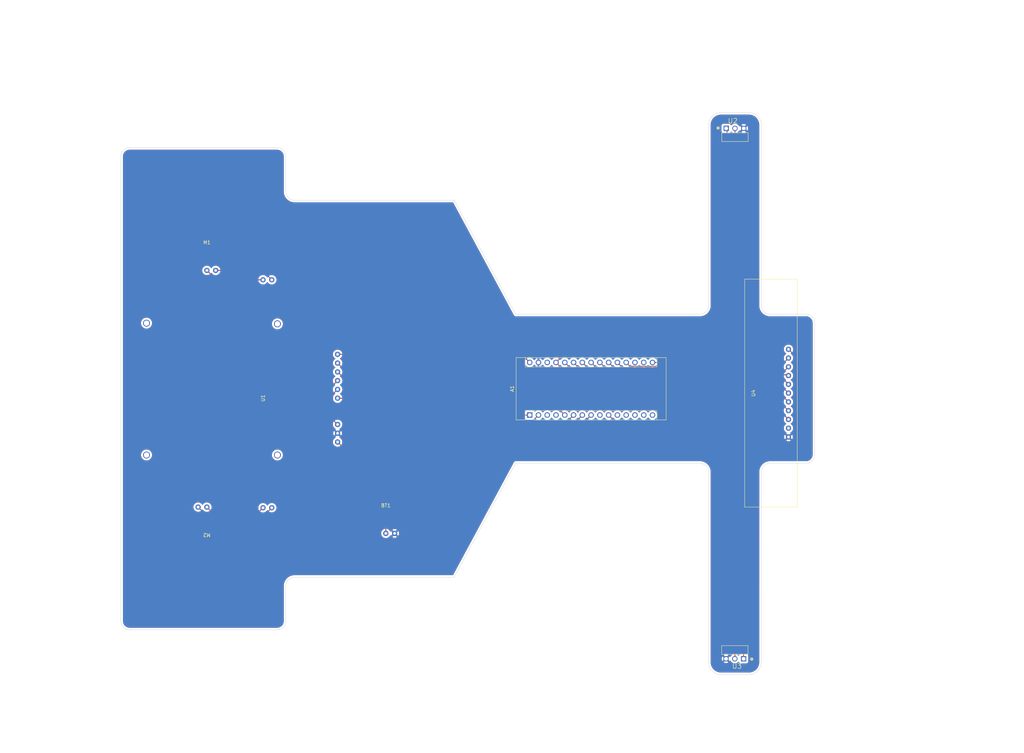
<source format=kicad_pcb>
(kicad_pcb (version 20211014) (generator pcbnew)
  (layers (0 "F.Cu" signal) (31 "B.Cu" signal) (34 "B.Paste" user) (35 "F.Paste" user) (36 "B.SilkS" user "B.Silkscreen") (37 "F.SilkS" user "F.Silkscreen") (38 "B.Mask" user) (39 "F.Mask" user) (44 "Edge.Cuts" user))
  (net 0 "")
  (net 3 "Net-(A1-Pad5)")
  (net 4 "Net-(A1-Pad6)")
  (net 12 "Net-(A1-Pad19)")
  (net 13 "Net-(A1-Pad20)")
  (net 14 "Net-(A1-Pad21)")
  (net 15 "Net-(A1-Pad22)")
  (net 16 "Net-(A1-Pad23)")
  (net 17 "Net-(A1-Pad24)")
  (net 18 "Net-(A1-Pad25)")
  (net 19 "Net-(A1-Pad26)")
  (net 21 "Net-(A1-Pad30)")
  (net 22 "Net-(BT1-Pad1)")
  (net 23 "GND")
  (net 24 "Net-(M1-Pad1)")
  (net 25 "Net-(M1-Pad2)")
  (net 26 "Net-(M2-Pad1)")
  (net 27 "Net-(M2-Pad2)")
  (net 28 "Net-(A1-Pad1)")
  (net 29 "Net-(A1-Pad2)")
  (net 30 "Net-(A1-Pad8)")
  (net 32 "Net-(A1-Pad10)")
  (net 33 "Net-(A1-Pad7)")
  (net 34 "/vcc")
  (net 35 "Net-(A1-Pad16)")
  (footprint "gerarduino:SENSOR_QTR-1A_REFLECTANCE_SENSOR" (layer "F.Cu") (at 263.906 72.135)
    (fp_text reference "U2" (at -0.635345 -4.701515) (layer "F.SilkS") (effects (font (size 1.400748 1.400748))))
    (fp_text value "QRE1113")
    (fp_line (start -3.81 -1.27) (end 3.81 -1.27) (layer "F.SilkS") (width 0.127))
    (fp_line (start -3.81 1.27) (end -3.81 -1.27) (layer "F.SilkS") (width 0.127))
    (fp_line (start 3.81 1.27) (end -3.81 1.27) (layer "F.SilkS") (width 0.127))
    (fp_line (start 3.81 -1.27) (end 3.81 1.27) (layer "F.SilkS") (width 0.127))
    (fp_circle (center -4.9 -2.64) (end -4.758581 -2.64) (layer "F.SilkS") (width 0.3) (fill none))
    (pad "1" thru_hole rect locked (at -2.54 -2.54) (size 1.53 1.53) (drill 1.02) (layers *.Cu *.Mask) (net 34 "/vcc"))
    (pad "2" thru_hole circle locked (at 0 -2.54) (size 1.53 1.53) (drill 1.02) (layers *.Cu *.Mask) (net 35 "Net-(A1-Pad16)"))
    (pad "3" thru_hole circle locked (at 2.54 -2.54) (size 1.53 1.53) (drill 1.02) (layers *.Cu *.Mask) (net 23 "GND"))
  )
  (footprint "gerarduino:L298N_driver" (layer "F.Cu") (at 90.424 167.132 90)
    (fp_text reference "U1" (at 19.3675 36.83 90 unlocked) (layer "F.SilkS"))
    (fp_text value "L298N_driver")
    (pad "1" thru_hole circle (at 6.6675 58.42 90) (size 1.524 1.524) (drill 0.762) (layers *.Cu *.Mask) (net 22 "Net-(BT1-Pad1)"))
    (pad "2" thru_hole circle (at 9.2075 58.42 90) (size 1.524 1.524) (drill 0.762) (layers *.Cu *.Mask) (net 23 "GND"))
    (pad "3" thru_hole circle (at 11.7475 58.42 90) (size 1.524 1.524) (drill 0.762) (layers *.Cu *.Mask) (net 21 "Net-(A1-Pad30)"))
    (pad "4" thru_hole circle (at 19.3675 58.42 90) (size 1.524 1.524) (drill 0.762) (layers *.Cu *.Mask) (net 4 "Net-(A1-Pad6)"))
    (pad "5" thru_hole circle (at 21.9075 58.42 90) (size 1.524 1.524) (drill 0.762) (layers *.Cu *.Mask) (net 33 "Net-(A1-Pad7)"))
    (pad "6" thru_hole circle (at 24.4475 58.42 90) (size 1.524 1.524) (drill 0.762) (layers *.Cu *.Mask) (net 30 "Net-(A1-Pad8)"))
    (pad "7" thru_hole circle (at 26.9875 58.42 90) (size 1.524 1.524) (drill 0.762) (layers *.Cu *.Mask) (net 29 "Net-(A1-Pad2)"))
    (pad "8" thru_hole circle (at 29.5275 58.42 90) (size 1.524 1.524) (drill 0.762) (layers *.Cu *.Mask) (net 28 "Net-(A1-Pad1)"))
    (pad "9" thru_hole circle (at 32.0675 58.42 90) (size 1.524 1.524) (drill 0.762) (layers *.Cu *.Mask) (net 3 "Net-(A1-Pad5)"))
    (pad "10" thru_hole circle (at 53.6575 36.83 90) (size 1.524 1.524) (drill 0.762) (layers *.Cu *.Mask) (net 24 "Net-(M1-Pad1)"))
    (pad "11" thru_hole circle (at 53.6575 39.37 90) (size 1.524 1.524) (drill 0.762) (layers *.Cu *.Mask) (net 25 "Net-(M1-Pad2)"))
    (pad "12" thru_hole circle (at -12.3825 36.83 90) (size 1.524 1.524) (drill 0.762) (layers *.Cu *.Mask) (net 26 "Net-(M2-Pad1)"))
    (pad "13" thru_hole circle (at -12.3825 39.37 90) (size 1.524 1.524) (drill 0.762) (layers *.Cu *.Mask) (net 27 "Net-(M2-Pad2)"))
    (pad "14" thru_hole circle (at 40.9 41 90) (size 2 2) (drill 1.5) (layers *.Cu *.Mask))
    (pad "15" thru_hole circle (at 2.9 41 90) (size 2 2) (drill 1.5) (layers *.Cu *.Mask))
    (pad "16" thru_hole circle (at 41.1 3.1 90) (size 2 2) (drill 1.5) (layers *.Cu *.Mask))
    (pad "17" thru_hole circle (at 2.9 3.1 90) (size 2 2) (drill 1.5) (layers *.Cu *.Mask))
  )
  (footprint "gerarduino:dc_motor_th" (layer "F.Cu") (at 110.998 110.744)
    (fp_text reference "M1" (at 0 -8.08 unlocked) (layer "F.SilkS"))
    (fp_text value "Motor_DC")
    (pad "1" thru_hole circle (at 0 0) (size 1.524 1.524) (drill 0.762) (layers *.Cu *.Mask) (net 24 "Net-(M1-Pad1)"))
    (pad "2" thru_hole circle (at 2.54 0) (size 1.524 1.524) (drill 0.762) (layers *.Cu *.Mask) (net 25 "Net-(M1-Pad2)"))
  )
  (footprint "gerarduino:dc_motor_th" (layer "F.Cu") (at 162.814 186.944)
    (fp_text reference "BT1" (at 0 -8.08 unlocked) (layer "F.SilkS"))
    (fp_text value "7.4V 1200mah")
    (pad "1" thru_hole circle (at 0 0) (size 1.524 1.524) (drill 0.762) (layers *.Cu *.Mask) (net 22 "Net-(BT1-Pad1)"))
    (pad "2" thru_hole circle (at 2.54 0) (size 1.524 1.524) (drill 0.762) (layers *.Cu *.Mask) (net 23 "GND"))
  )
  (footprint "Module:Arduino_Nano" (layer "F.Cu") (at 204.47 152.654 90)
    (fp_text reference "A1" (at 7.62 -5.08 90) (layer "F.SilkS"))
    (fp_text value "Arduino_Nano_v3.x")
    (fp_line (start -1.4 1.27) (end -1.4 39.5) (layer "F.SilkS") (width 0.12))
    (fp_line (start 13.97 -1.27) (end 13.97 36.83) (layer "F.SilkS") (width 0.12))
    (fp_line (start 1.27 1.27) (end 1.27 -1.27) (layer "F.SilkS") (width 0.12))
    (fp_line (start 13.97 -1.27) (end 16.64 -1.27) (layer "F.SilkS") (width 0.12))
    (fp_line (start 16.64 39.5) (end 16.64 -3.94) (layer "F.SilkS") (width 0.12))
    (fp_line (start 1.27 -1.27) (end -1.4 -1.27) (layer "F.SilkS") (width 0.12))
    (fp_line (start -1.4 39.5) (end 16.64 39.5) (layer "F.SilkS") (width 0.12))
    (fp_line (start 1.27 36.83) (end -1.4 36.83) (layer "F.SilkS") (width 0.12))
    (fp_line (start 16.64 -3.94) (end -1.4 -3.94) (layer "F.SilkS") (width 0.12))
    (fp_line (start -1.4 -3.94) (end -1.4 -1.27) (layer "F.SilkS") (width 0.12))
    (fp_line (start 1.27 1.27) (end 1.27 36.83) (layer "F.SilkS") (width 0.12))
    (fp_line (start 1.27 1.27) (end -1.4 1.27) (layer "F.SilkS") (width 0.12))
    (fp_line (start 13.97 36.83) (end 16.64 36.83) (layer "F.SilkS") (width 0.12))
    (pad "1" thru_hole rect (at 0 0 90) (size 1.6 1.6) (drill 1) (layers *.Cu *.Mask) (net 28 "Net-(A1-Pad1)"))
    (pad "2" thru_hole oval (at 0 2.54 90) (size 1.6 1.6) (drill 1) (layers *.Cu *.Mask) (net 29 "Net-(A1-Pad2)"))
    (pad "3" thru_hole oval (at 0 5.08 90) (size 1.6 1.6) (drill 1) (layers *.Cu *.Mask))
    (pad "4" thru_hole oval (at 0 7.62 90) (size 1.6 1.6) (drill 1) (layers *.Cu *.Mask))
    (pad "5" thru_hole oval (at 0 10.16 90) (size 1.6 1.6) (drill 1) (layers *.Cu *.Mask) (net 3 "Net-(A1-Pad5)"))
    (pad "6" thru_hole oval (at 0 12.7 90) (size 1.6 1.6) (drill 1) (layers *.Cu *.Mask) (net 4 "Net-(A1-Pad6)"))
    (pad "7" thru_hole oval (at 0 15.24 90) (size 1.6 1.6) (drill 1) (layers *.Cu *.Mask) (net 33 "Net-(A1-Pad7)"))
    (pad "8" thru_hole oval (at 0 17.78 90) (size 1.6 1.6) (drill 1) (layers *.Cu *.Mask) (net 30 "Net-(A1-Pad8)"))
    (pad "9" thru_hole oval (at 0 20.32 90) (size 1.6 1.6) (drill 1) (layers *.Cu *.Mask))
    (pad "10" thru_hole oval (at 0 22.86 90) (size 1.6 1.6) (drill 1) (layers *.Cu *.Mask) (net 32 "Net-(A1-Pad10)"))
    (pad "11" thru_hole oval (at 0 25.4 90) (size 1.6 1.6) (drill 1) (layers *.Cu *.Mask))
    (pad "12" thru_hole oval (at 0 27.94 90) (size 1.6 1.6) (drill 1) (layers *.Cu *.Mask))
    (pad "13" thru_hole oval (at 0 30.48 90) (size 1.6 1.6) (drill 1) (layers *.Cu *.Mask))
    (pad "14" thru_hole oval (at 0 33.02 90) (size 1.6 1.6) (drill 1) (layers *.Cu *.Mask))
    (pad "15" thru_hole oval (at 0 35.56 90) (size 1.6 1.6) (drill 1) (layers *.Cu *.Mask))
    (pad "16" thru_hole oval (at 15.24 35.56 90) (size 1.6 1.6) (drill 1) (layers *.Cu *.Mask) (net 35 "Net-(A1-Pad16)"))
    (pad "17" thru_hole oval (at 15.24 33.02 90) (size 1.6 1.6) (drill 1) (layers *.Cu *.Mask))
    (pad "18" thru_hole oval (at 15.24 30.48 90) (size 1.6 1.6) (drill 1) (layers *.Cu *.Mask))
    (pad "19" thru_hole oval (at 15.24 27.94 90) (size 1.6 1.6) (drill 1) (layers *.Cu *.Mask) (net 12 "Net-(A1-Pad19)"))
    (pad "20" thru_hole oval (at 15.24 25.4 90) (size 1.6 1.6) (drill 1) (layers *.Cu *.Mask) (net 13 "Net-(A1-Pad20)"))
    (pad "21" thru_hole oval (at 15.24 22.86 90) (size 1.6 1.6) (drill 1) (layers *.Cu *.Mask) (net 14 "Net-(A1-Pad21)"))
    (pad "22" thru_hole oval (at 15.24 20.32 90) (size 1.6 1.6) (drill 1) (layers *.Cu *.Mask) (net 15 "Net-(A1-Pad22)"))
    (pad "23" thru_hole oval (at 15.24 17.78 90) (size 1.6 1.6) (drill 1) (layers *.Cu *.Mask) (net 16 "Net-(A1-Pad23)"))
    (pad "24" thru_hole oval (at 15.24 15.24 90) (size 1.6 1.6) (drill 1) (layers *.Cu *.Mask) (net 17 "Net-(A1-Pad24)"))
    (pad "25" thru_hole oval (at 15.24 12.7 90) (size 1.6 1.6) (drill 1) (layers *.Cu *.Mask) (net 18 "Net-(A1-Pad25)"))
    (pad "26" thru_hole oval (at 15.24 10.16 90) (size 1.6 1.6) (drill 1) (layers *.Cu *.Mask) (net 19 "Net-(A1-Pad26)"))
    (pad "27" thru_hole oval (at 15.24 7.62 90) (size 1.6 1.6) (drill 1) (layers *.Cu *.Mask) (net 34 "/vcc"))
    (pad "28" thru_hole oval (at 15.24 5.08 90) (size 1.6 1.6) (drill 1) (layers *.Cu *.Mask))
    (pad "29" thru_hole oval (at 15.24 2.54 90) (size 1.6 1.6) (drill 1) (layers *.Cu *.Mask) (net 23 "GND"))
    (pad "30" thru_hole oval (at 15.24 0 90) (size 1.6 1.6) (drill 1) (layers *.Cu *.Mask) (net 21 "Net-(A1-Pad30)"))
  )
  (footprint "gerarduino:8_ir_sensor" (layer "F.Cu") (at 279.4 146.304 90)
    (fp_text reference "U4" (at 0 -10.16 90 unlocked) (layer "F.SilkS"))
    (fp_text value "8_ir_sensor")
    (fp_line (start 0 2.54) (end -33.02 2.54) (layer "F.SilkS") (width 0.12))
    (fp_line (start -33.02 -12.7) (end 0 -12.7) (layer "F.SilkS") (width 0.12))
    (fp_line (start 33.02 2.54) (end 0 2.54) (layer "F.SilkS") (width 0.12))
    (fp_line (start -33.02 2.54) (end -33.02 -12.7) (layer "F.SilkS") (width 0.12))
    (fp_line (start 33.02 -12.7) (end 33.02 2.54) (layer "F.SilkS") (width 0.12))
    (fp_line (start 0 -12.7) (end 33.02 -12.7) (layer "F.SilkS") (width 0.12))
    (pad "1" thru_hole circle (at -12.7 0 90) (size 1.524 1.524) (drill 0.762) (layers *.Cu *.Mask) (net 23 "GND"))
    (pad "2" thru_hole circle (at -10.16 0 90) (size 1.524 1.524) (drill 0.762) (layers *.Cu *.Mask))
    (pad "3" thru_hole circle (at -7.62 0 90) (size 1.524 1.524) (drill 0.762) (layers *.Cu *.Mask) (net 19 "Net-(A1-Pad26)"))
    (pad "4" thru_hole circle (at -5.08 0 90) (size 1.524 1.524) (drill 0.762) (layers *.Cu *.Mask) (net 18 "Net-(A1-Pad25)"))
    (pad "5" thru_hole circle (at -2.54 0 90) (size 1.524 1.524) (drill 0.762) (layers *.Cu *.Mask) (net 17 "Net-(A1-Pad24)"))
    (pad "6" thru_hole circle (at 0 0 90) (size 1.524 1.524) (drill 0.762) (layers *.Cu *.Mask) (net 16 "Net-(A1-Pad23)"))
    (pad "7" thru_hole circle (at 2.54 0 90) (size 1.524 1.524) (drill 0.762) (layers *.Cu *.Mask) (net 15 "Net-(A1-Pad22)"))
    (pad "8" thru_hole circle (at 5.08 0 90) (size 1.524 1.524) (drill 0.762) (layers *.Cu *.Mask) (net 14 "Net-(A1-Pad21)"))
    (pad "9" thru_hole circle (at 7.62 0 90) (size 1.524 1.524) (drill 0.762) (layers *.Cu *.Mask) (net 13 "Net-(A1-Pad20)"))
    (pad "10" thru_hole circle (at 10.16 0 90) (size 1.524 1.524) (drill 0.762) (layers *.Cu *.Mask) (net 12 "Net-(A1-Pad19)"))
    (pad "11" thru_hole circle (at 12.7 0 90) (size 1.524 1.524) (drill 0.762) (layers *.Cu *.Mask) (net 34 "/vcc"))
  )
  (footprint "gerarduino:dc_motor_th" (layer "F.Cu") (at 110.998 179.324 180)
    (fp_text reference "M2" (at 0 -8.08 180 unlocked) (layer "F.SilkS"))
    (fp_text value "Motor_DC")
    (pad "1" thru_hole circle (at 0 0 180) (size 1.524 1.524) (drill 0.762) (layers *.Cu *.Mask) (net 26 "Net-(M2-Pad1)"))
    (pad "2" thru_hole circle (at 2.54 0 180) (size 1.524 1.524) (drill 0.762) (layers *.Cu *.Mask) (net 27 "Net-(M2-Pad2)"))
  )
  (footprint "gerarduino:SENSOR_QTR-1A_REFLECTANCE_SENSOR" (layer "F.Cu") (at 263.860791 220.727 180)
    (fp_text reference "U3" (at -0.635345 -4.701515) (layer "F.SilkS") (effects (font (size 1.400748 1.400748))))
    (fp_text value "QRE1113")
    (fp_line (start -3.81 1.27) (end -3.81 -1.27) (layer "F.SilkS") (width 0.127))
    (fp_line (start -3.81 -1.27) (end 3.81 -1.27) (layer "F.SilkS") (width 0.127))
    (fp_line (start 3.81 -1.27) (end 3.81 1.27) (layer "F.SilkS") (width 0.127))
    (fp_line (start 3.81 1.27) (end -3.81 1.27) (layer "F.SilkS") (width 0.127))
    (fp_circle (center -4.9 -2.64) (end -4.758581 -2.64) (layer "F.SilkS") (width 0.3) (fill none))
    (pad "1" thru_hole rect (at -2.54 -2.54 180) (size 1.53 1.53) (drill 1.02) (layers *.Cu *.Mask) (net 34 "/vcc"))
    (pad "2" thru_hole circle (at 0 -2.54 180) (size 1.53 1.53) (drill 1.02) (layers *.Cu *.Mask) (net 32 "Net-(A1-Pad10)"))
    (pad "3" thru_hole circle (at 2.54 -2.54 180) (size 1.53 1.53) (drill 1.02) (layers *.Cu *.Mask) (net 23 "GND"))
  )
  (gr_arc (start 267.97 65.024) (mid 270.484472 66.065528) (end 271.526 68.58) (layer "Edge.Cuts") (width 0.1))
  (gr_arc (start 86.106 77.724) (mid 86.849949 75.927949) (end 88.646 75.184) (layer "Edge.Cuts") (width 0.1))
  (gr_arc (start 256.291856 120.905852) (mid 255.547907 122.701903) (end 253.751856 123.445852) (layer "Edge.Cuts") (width 0.1))
  (gr_arc (start 284.46 123.444) (mid 286.256051 124.187949) (end 287 125.984) (layer "Edge.Cuts") (width 0.1))
  (gr_line (start 147.066 90.424) (end 136.398 90.424) (layer "Edge.Cuts") (width 0.1))
  (gr_arc (start 256.286 68.58) (mid 257.327528 66.065528) (end 259.842 65.024) (layer "Edge.Cuts") (width 0.1))
  (gr_line (start 284.46 123.444) (end 281.94 123.444) (layer "Edge.Cuts") (width 0.1))
  (gr_line (start 86.106 212.344) (end 86.106 199.644) (layer "Edge.Cuts") (width 0.1))
  (gr_line (start 131.318 75.184) (end 105.918 75.184) (layer "Edge.Cuts") (width 0.1))
  (gr_line (start 256.286 204.724) (end 256.286 224.282) (layer "Edge.Cuts") (width 0.1))
  (gr_line (start 86.106 90.424) (end 86.106 123.444) (layer "Edge.Cuts") (width 0.1))
  (gr_arc (start 136.398 90.424) (mid 134.601949 89.680051) (end 133.858 87.884) (layer "Edge.Cuts") (width 0.1))
  (gr_line (start 147.066 90.424) (end 182.626 90.424) (layer "Edge.Cuts") (width 0.1))
  (gr_line (start 279.146 123.444) (end 281.94 123.444) (layer "Edge.Cuts") (width 0.1))
  (gr_line (start 131.318 214.884) (end 88.646 214.884) (layer "Edge.Cuts") (width 0.1))
  (gr_line (start 253.745802 166.623411) (end 200.406 166.624) (layer "Edge.Cuts") (width 0.1))
  (gr_arc (start 287 164.084) (mid 286.256051 165.880051) (end 284.46 166.624) (layer "Edge.Cuts") (width 0.1))
  (gr_arc (start 133.858 202.184) (mid 134.601949 200.387949) (end 136.398 199.644) (layer "Edge.Cuts") (width 0.1))
  (gr_line (start 147.066 199.644) (end 182.626 199.644) (layer "Edge.Cuts") (width 0.1))
  (gr_arc (start 274.065802 123.451102) (mid 272.269751 122.707153) (end 271.525802 120.911102) (layer "Edge.Cuts") (width 0.1))
  (gr_line (start 182.626 90.424) (end 200.406 123.444) (layer "Edge.Cuts") (width 0.1))
  (gr_line (start 267.97 65.024) (end 259.842 65.024) (layer "Edge.Cuts") (width 0.1))
  (gr_line (start 133.858 87.884) (end 133.858 77.724) (layer "Edge.Cuts") (width 0.1))
  (gr_line (start 86.106 166.624) (end 86.106 199.644) (layer "Edge.Cuts") (width 0.1))
  (gr_line (start 271.526 72.644) (end 271.526 68.58) (layer "Edge.Cuts") (width 0.1))
  (gr_line (start 256.285802 169.163411) (end 256.286 204.724) (layer "Edge.Cuts") (width 0.1))
  (gr_arc (start 271.538492 169.165265) (mid 272.282441 167.369214) (end 274.078492 166.625265) (layer "Edge.Cuts") (width 0.1))
  (gr_line (start 279.146 123.444) (end 274.065802 123.451102) (layer "Edge.Cuts") (width 0.1))
  (gr_line (start 271.525802 120.911102) (end 271.526 72.644) (layer "Edge.Cuts") (width 0.1))
  (gr_line (start 256.286 68.58) (end 256.286 72.644) (layer "Edge.Cuts") (width 0.1))
  (gr_arc (start 88.646 214.884) (mid 86.849949 214.140051) (end 86.106 212.344) (layer "Edge.Cuts") (width 0.1))
  (gr_line (start 136.398 199.644) (end 147.066 199.644) (layer "Edge.Cuts") (width 0.1))
  (gr_line (start 256.286 72.644) (end 256.291856 120.905852) (layer "Edge.Cuts") (width 0.1))
  (gr_line (start 253.751856 123.445852) (end 200.406 123.444) (layer "Edge.Cuts") (width 0.1))
  (gr_line (start 259.842 227.838) (end 267.97 227.838) (layer "Edge.Cuts") (width 0.1))
  (gr_line (start 88.646 75.184) (end 105.918 75.184) (layer "Edge.Cuts") (width 0.1))
  (gr_line (start 271.538492 169.165265) (end 271.526 204.724) (layer "Edge.Cuts") (width 0.1))
  (gr_line (start 182.626 199.644) (end 200.406 166.624) (layer "Edge.Cuts") (width 0.1))
  (gr_line (start 271.526 204.724) (end 271.526 224.282) (layer "Edge.Cuts") (width 0.1))
  (gr_line (start 279.146 166.624) (end 281.94 166.624) (layer "Edge.Cuts") (width 0.1))
  (gr_arc (start 259.842 227.838) (mid 257.327528 226.796472) (end 256.286 224.282) (layer "Edge.Cuts") (width 0.1))
  (gr_arc (start 133.858 212.344) (mid 133.114051 214.140051) (end 131.318 214.884) (layer "Edge.Cuts") (width 0.1))
  (gr_arc (start 253.745802 166.623411) (mid 255.541853 167.36736) (end 256.285802 169.163411) (layer "Edge.Cuts") (width 0.1))
  (gr_line (start 287 125.984) (end 287 164.084) (layer "Edge.Cuts") (width 0.1))
  (gr_arc (start 271.526 224.282) (mid 270.484472 226.796472) (end 267.97 227.838) (layer "Edge.Cuts") (width 0.1))
  (gr_line (start 133.858 202.184) (end 133.858 212.344) (layer "Edge.Cuts") (width 0.1))
  (gr_arc (start 131.318 75.184) (mid 133.114051 75.927949) (end 133.858 77.724) (layer "Edge.Cuts") (width 0.1))
  (gr_line (start 86.106 77.724) (end 86.106 90.424) (layer "Edge.Cuts") (width 0.1))
  (gr_line (start 284.46 166.624) (end 281.94 166.624) (layer "Edge.Cuts") (width 0.1))
  (gr_line (start 86.106 123.444) (end 86.106 166.624) (layer "Edge.Cuts") (width 0.1))
  (gr_line (start 279.146 166.624) (end 274.078492 166.625265) (layer "Edge.Cuts") (width 0.1))
  (segment (start 214.63 152.654) (end 197.0405 135.0645) (width 0.25) (layer "F.Cu") (net 3))
  (segment (start 197.0405 135.0645) (end 148.844 135.0645) (width 0.25) (layer "F.Cu") (net 3))
  (segment (start 151.0665 147.7645) (end 159.258 155.956) (width 0.25) (layer "F.Cu") (net 4))
  (segment (start 213.868 155.956) (end 217.17 152.654) (width 0.25) (layer "F.Cu") (net 4))
  (segment (start 148.844 147.7645) (end 151.0665 147.7645) (width 0.25) (layer "F.Cu") (net 4))
  (segment (start 159.258 155.956) (end 213.868 155.956) (width 0.25) (layer "F.Cu") (net 4))
  (segment (start 277.005 138.539) (end 279.4 136.144) (width 0.25) (layer "F.Cu") (net 12))
  (segment (start 233.535 138.539) (end 277.005 138.539) (width 0.25) (layer "F.Cu") (net 12))
  (segment (start 232.41 137.414) (end 233.535 138.539) (width 0.25) (layer "F.Cu") (net 12))
  (segment (start 232.456 140) (end 278.084 140) (width 0.25) (layer "F.Cu") (net 13))
  (segment (start 229.87 137.414) (end 232.456 140) (width 0.25) (layer "F.Cu") (net 13))
  (segment (start 278.084 140) (end 279.4 138.684) (width 0.25) (layer "F.Cu") (net 13))
  (segment (start 227.33 137.414) (end 230.916 141) (width 0.25) (layer "F.Cu") (net 14))
  (segment (start 230.916 141) (end 279.176 141) (width 0.25) (layer "F.Cu") (net 14))
  (segment (start 279.176 141) (end 279.4 141.224) (width 0.25) (layer "F.Cu") (net 14))
  (segment (start 277.536 141.9) (end 279.4 143.764) (width 0.25) (layer "F.Cu") (net 15))
  (segment (start 224.79 137.414) (end 229.276 141.9) (width 0.25) (layer "F.Cu") (net 15))
  (segment (start 229.276 141.9) (end 277.536 141.9) (width 0.25) (layer "F.Cu") (net 15))
  (segment (start 227.836 143) (end 222.25 137.414) (width 0.25) (layer "F.Cu") (net 16))
  (segment (start 276.096 143) (end 227.836 143) (width 0.25) (layer "F.Cu") (net 16))
  (segment (start 279.4 146.304) (end 276.096 143) (width 0.25) (layer "F.Cu") (net 16))
  (segment (start 279.4 148.844) (end 274.556 144) (width 0.25) (layer "F.Cu") (net 17))
  (segment (start 274.556 144) (end 226.296 144) (width 0.25) (layer "F.Cu") (net 17))
  (segment (start 226.296 144) (end 219.71 137.414) (width 0.25) (layer "F.Cu") (net 17))
  (segment (start 273.016 145) (end 224.756 145) (width 0.25) (layer "F.Cu") (net 18))
  (segment (start 224.756 145) (end 217.17 137.414) (width 0.25) (layer "F.Cu") (net 18))
  (segment (start 279.4 151.384) (end 273.016 145) (width 0.25) (layer "F.Cu") (net 18))
  (segment (start 279.4 153.924) (end 271.476 146) (width 0.25) (layer "F.Cu") (net 19))
  (segment (start 223.216 146) (end 214.63 137.414) (width 0.25) (layer "F.Cu") (net 19))
  (segment (start 271.476 146) (end 223.216 146) (width 0.25) (layer "F.Cu") (net 19))
  (segment (start 198.882 131.826) (end 204.47 137.414) (width 0.25) (layer "F.Cu") (net 21))
  (segment (start 148.844 155.3845) (end 142.748 149.2885) (width 0.25) (layer "F.Cu") (net 21))
  (segment (start 147.828 131.826) (end 198.882 131.826) (width 0.25) (layer "F.Cu") (net 21))
  (segment (start 142.748 136.906) (end 147.828 131.826) (width 0.25) (layer "F.Cu") (net 21))
  (segment (start 142.748 149.2885) (end 142.748 136.906) (width 0.25) (layer "F.Cu") (net 21))
  (segment (start 162.814 174.414) (end 162.814 186.944) (width 0.25) (layer "F.Cu") (net 22))
  (segment (start 148.8645 160.4645) (end 162.814 174.414) (width 0.25) (layer "F.Cu") (net 22))
  (segment (start 148.844 160.4645) (end 148.8645 160.4645) (width 0.25) (layer "F.Cu") (net 22))
  (segment (start 113.7285 113.4745) (end 110.998 110.744) (width 0.25) (layer "F.Cu") (net 24))
  (segment (start 127.254 113.4745) (end 113.7285 113.4745) (width 0.25) (layer "F.Cu") (net 24))
  (segment (start 127.0635 110.744) (end 113.538 110.744) (width 0.25) (layer "F.Cu") (net 25))
  (segment (start 129.794 113.4745) (end 127.0635 110.744) (width 0.25) (layer "F.Cu") (net 25))
  (segment (start 124.6685 182.1) (end 113.774 182.1) (width 0.25) (layer "F.Cu") (net 26))
  (segment (start 113.774 182.1) (end 110.998 179.324) (width 0.25) (layer "F.Cu") (net 26))
  (segment (start 127.254 179.5145) (end 124.6685 182.1) (width 0.25) (layer "F.Cu") (net 26))
  (segment (start 111.76 182.626) (end 108.458 179.324) (width 0.25) (layer "F.Cu") (net 27))
  (segment (start 126.6825 182.626) (end 111.76 182.626) (width 0.25) (layer "F.Cu") (net 27))
  (segment (start 129.794 179.5145) (end 126.6825 182.626) (width 0.25) (layer "F.Cu") (net 27))
  (segment (start 163.8935 152.654) (end 148.844 137.6045) (width 0.25) (layer "F.Cu") (net 28))
  (segment (start 204.47 152.654) (end 163.8935 152.654) (width 0.25) (layer "F.Cu") (net 28))
  (segment (start 207.01 152.654) (end 205.373557 154.290443) (width 0.25) (layer "F.Cu") (net 29))
  (segment (start 162.989943 154.290443) (end 148.844 140.1445) (width 0.25) (layer "F.Cu") (net 29))
  (segment (start 205.373557 154.290443) (end 162.989943 154.290443) (width 0.25) (layer "F.Cu") (net 29))
  (segment (start 222.25 152.654) (end 215.9 159.004) (width 0.25) (layer "F.Cu") (net 30))
  (segment (start 146.304 145.2245) (end 148.844 142.6845) (width 0.25) (layer "F.Cu") (net 30))
  (segment (start 215.9 159.004) (end 155.194 159.004) (width 0.25) (layer "F.Cu") (net 30))
  (segment (start 146.304 150.114) (end 146.304 145.2245) (width 0.25) (layer "F.Cu") (net 30))
  (segment (start 155.194 159.004) (end 146.304 150.114) (width 0.25) (layer "F.Cu") (net 30))
  (segment (start 263.860791 223.267) (end 263.9 223.227791) (width 0.25) (layer "F.Cu") (net 32))
  (segment (start 263.9 170.8) (end 254.55 161.45) (width 0.25) (layer "F.Cu") (net 32))
  (segment (start 263.9 223.227791) (end 263.9 170.8) (width 0.25) (layer "F.Cu") (net 32))
  (segment (start 236.126 161.45) (end 227.33 152.654) (width 0.25) (layer "F.Cu") (net 32))
  (segment (start 254.55 161.45) (end 236.126 161.45) (width 0.25) (layer "F.Cu") (net 32))
  (segment (start 147.42514 146.64336) (end 148.844 145.2245) (width 0.25) (layer "F.Cu") (net 33))
  (segment (start 214.884 157.48) (end 155.194 157.48) (width 0.25) (layer "F.Cu") (net 33))
  (segment (start 155.194 157.48) (end 147.42514 149.71114) (width 0.25) (layer "F.Cu") (net 33))
  (segment (start 147.42514 149.71114) (end 147.42514 146.64336) (width 0.25) (layer "F.Cu") (net 33))
  (segment (start 219.71 152.654) (end 214.884 157.48) (width 0.25) (layer "F.Cu") (net 33))
  (segment (start 272.1 163) (end 272 162.9) (width 0.25) (layer "F.Cu") (net 34))
  (segment (start 257.166 148.2) (end 266.4 157.434) (width 0.25) (layer "F.Cu") (net 34))
  (segment (start 266.400791 168.499209) (end 266.400791 223.267) (width 0.25) (layer "F.Cu") (net 34))
  (segment (start 266.4 157.434) (end 266.4 168.4) (width 0.25) (layer "F.Cu") (net 34))
  (segment (start 261.366 69.595) (end 261.6 69.829) (width 0.25) (layer "F.Cu") (net 34))
  (segment (start 256.65 133.45) (end 216.054 133.45) (width 0.25) (layer "F.Cu") (net 34))
  (segment (start 261.6 128.5) (end 256.65 133.45) (width 0.25) (layer "F.Cu") (net 34))
  (segment (start 283.2 137.404) (end 283.2 160.1) (width 0.25) (layer "F.Cu") (net 34))
  (segment (start 266.5 168.4) (end 266.400791 168.499209) (width 0.25) (layer "F.Cu") (net 34))
  (segment (start 280.3 163) (end 272.1 163) (width 0.25) (layer "F.Cu") (net 34))
  (segment (start 272 162.9) (end 266.5 168.4) (width 0.25) (layer "F.Cu") (net 34))
  (segment (start 212.09 137.414) (end 222.876 148.2) (width 0.25) (layer "F.Cu") (net 34))
  (segment (start 216.054 133.45) (end 212.09 137.414) (width 0.25) (layer "F.Cu") (net 34))
  (segment (start 279.4 133.604) (end 283.2 137.404) (width 0.25) (layer "F.Cu") (net 34))
  (segment (start 266.4 168.4) (end 266.5 168.4) (width 0.25) (layer "F.Cu") (net 34))
  (segment (start 283.2 160.1) (end 280.3 163) (width 0.25) (layer "F.Cu") (net 34))
  (segment (start 261.6 69.829) (end 261.6 128.5) (width 0.25) (layer "F.Cu") (net 34))
  (segment (start 222.876 148.2) (end 257.166 148.2) (width 0.25) (layer "F.Cu") (net 34))
  (segment (start 263.906 69.595) (end 263.906 131.375) (width 0.25) (layer "F.Cu") (net 35))
  (segment (start 263.906 131.375) (end 257.867 137.414) (width 0.25) (layer "F.Cu") (net 35))
  (segment (start 257.867 137.414) (end 240.03 137.414) (width 0.25) (layer "F.Cu") (net 35))
  (zone (net 23) (net_name "GND") (layer "F.Cu") (connect_pads (clearance 0.6)) (min_thickness 0.254) (fill yes (thermal_gap 0.508) (thermal_bridge_width 0.508))
    (polygon (pts (xy 347.6 250.6) (xy 51.1 244.1) (xy 51.7 35.6) (xy 344.3 32.4)))
  )
  (zone (net 23) (net_name "GND") (layer "B.Cu") (connect_pads (clearance 0.6)) (min_thickness 0.254) (fill yes (thermal_gap 0.508) (thermal_bridge_width 0.508))
    (polygon (pts (xy 315.5 235.3) (xy 80.2 220.8) (xy 78.1 59) (xy 314.1 44.9)))
  )
)
</source>
